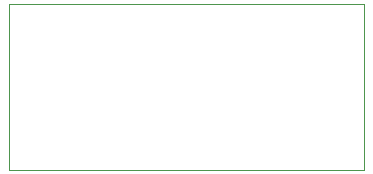
<source format=gbr>
G04*
G04 #@! TF.GenerationSoftware,Altium Limited,Altium Designer,22.4.2 (48)*
G04*
G04 Layer_Color=0*
%FSLAX25Y25*%
%MOIN*%
G70*
G04*
G04 #@! TF.SameCoordinates,A57B437F-A86B-4AA4-8399-F8B01B8E29F7*
G04*
G04*
G04 #@! TF.FilePolarity,Positive*
G04*
G01*
G75*
%ADD35C,0.00100*%
D35*
X-55256Y27559D02*
Y-27559D01*
X62992D01*
Y27559D01*
X-55256D01*
M02*

</source>
